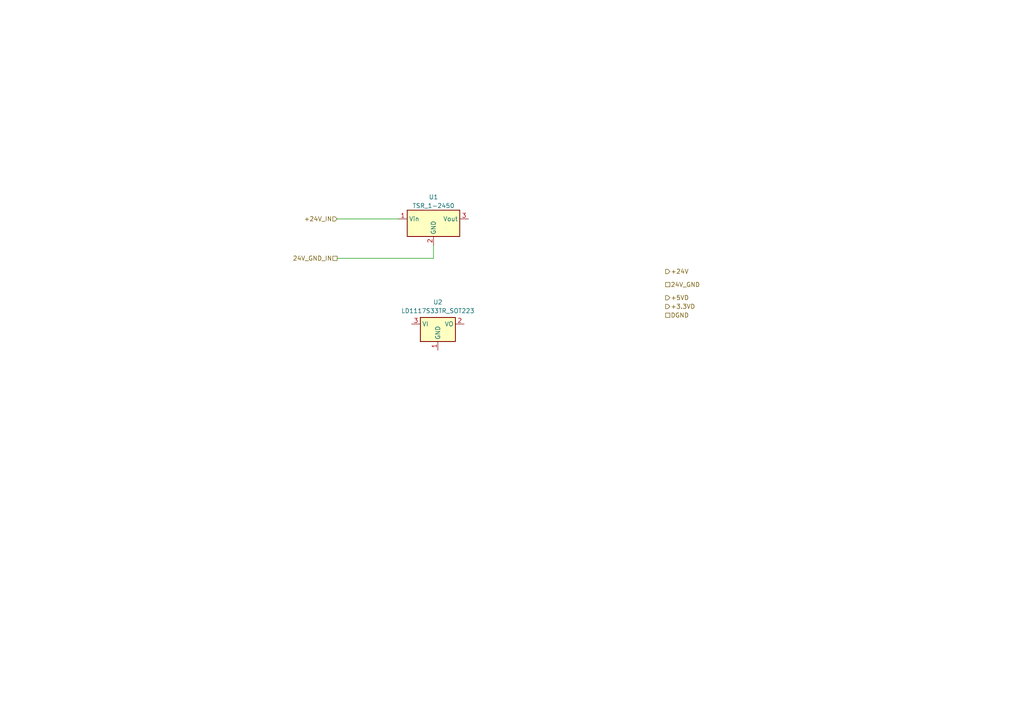
<source format=kicad_sch>
(kicad_sch (version 20230121) (generator eeschema)
  (paper "A4")
  (lib_symbols
    (symbol "Regulator_Linear:LD1117S33TR_SOT223"
      (property "Reference" "U" (at -3.81 3.175 0))
      (property "Value" "LD1117S33TR_SOT223" (at 0 3.175 0))
      (symbol "LD1117S33TR_SOT223_0_1"
        (rectangle (start -5.08 -5.08) (end 5.08 1.905) (stroke (width 0.254)) (fill (type background)))
      )
      (symbol "LD1117S33TR_SOT223_1_1"
        (pin power_in line (at 0 -7.62 90) (length 2.54) (name "GND") (number "1"))
        (pin power_out line (at 7.62 0 180) (length 2.54) (name "VO") (number "2"))
        (pin power_in line (at -7.62 0 0) (length 2.54) (name "VI") (number "3"))
      )
    )
    (symbol "Regulator_Switching:TSR_1-2450"
      (property "Reference" "U" (at -7.62 6.35 0))
      (property "Value" "TSR_1-2450" (at -1.27 6.35 0))
      (symbol "TSR_1-2450_0_1"
        (rectangle (start -7.62 5.08) (end 7.62 -2.54) (stroke (width 0.254)) (fill (type background)))
      )
      (symbol "TSR_1-2450_1_1"
        (pin power_in line (at -10.16 2.54 0) (length 2.54) (name "Vin") (number "1"))
        (pin power_in line (at 0 -5.08 90) (length 2.54) (name "GND") (number "2"))
        (pin power_out line (at 10.16 2.54 180) (length 2.54) (name "Vout") (number "3"))
      )
    )
  )
  (wire (pts (xy 125.73 74.93) (xy 125.73 71.12)))
  (wire (pts (xy 97.79 63.5) (xy 115.57 63.5)))
  (wire (pts (xy 97.79 74.93) (xy 125.73 74.93)))
  (hierarchical_label "24V_GND" (shape passive) (at 193.04 82.55 0))
  (hierarchical_label "DGND" (shape passive) (at 193.04 91.44 0))
  (hierarchical_label "24V_GND_IN" (shape passive) (at 97.79 74.93 180))
  (hierarchical_label "+24V_IN" (shape input) (at 97.79 63.5 180))
  (hierarchical_label "+3.3VD" (shape output) (at 193.04 88.9 0))
  (hierarchical_label "+5VD" (shape output) (at 193.04 86.36 0))
  (hierarchical_label "+24V" (shape output) (at 193.04 78.74 0))
  (symbol (lib_id "Regulator_Switching:TSR_1-2450") (at 125.73 66.04 0) (unit 1)
    (property "Reference" "U1" (at 125.73 57.15 0))
    (property "Value" "TSR_1-2450" (at 125.73 59.69 0))
    (property "Footprint" "Converter_DCDC:Converter_DCDC_TRACO_TSR-1_THT" (effects hide))
    (property "Datasheet" "http://www.tracopower.com/products/tsr1.pdf" (effects hide))
  )
  (symbol (lib_id "Regulator_Linear:LD1117S33TR_SOT223") (at 127 93.98 0) (unit 1)
    (property "Reference" "U2" (at 127 87.63 0))
    (property "Value" "LD1117S33TR_SOT223" (at 127 90.17 0))
    (property "Footprint" "Package_TO_SOT_SMD:SOT-223-3_TabPin2" (effects hide))
    (property "Datasheet" "http://www.st.com/st-web-ui/static/active/en/resource/technical/document/datasheet/CD00000544.pdf" (effects hide))
  )
)
</source>
